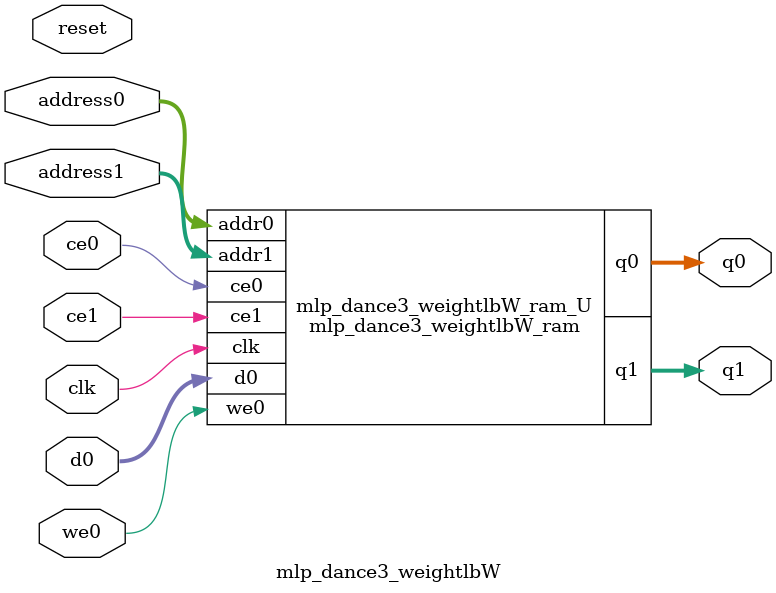
<source format=v>
`timescale 1 ns / 1 ps
module mlp_dance3_weightlbW_ram (addr0, ce0, d0, we0, q0, addr1, ce1, q1,  clk);

parameter DWIDTH = 32;
parameter AWIDTH = 7;
parameter MEM_SIZE = 96;

input[AWIDTH-1:0] addr0;
input ce0;
input[DWIDTH-1:0] d0;
input we0;
output reg[DWIDTH-1:0] q0;
input[AWIDTH-1:0] addr1;
input ce1;
output reg[DWIDTH-1:0] q1;
input clk;

(* ram_style = "block" *)reg [DWIDTH-1:0] ram[0:MEM_SIZE-1];




always @(posedge clk)  
begin 
    if (ce0) begin
        if (we0) 
            ram[addr0] <= d0; 
        q0 <= ram[addr0];
    end
end


always @(posedge clk)  
begin 
    if (ce1) begin
        q1 <= ram[addr1];
    end
end


endmodule

`timescale 1 ns / 1 ps
module mlp_dance3_weightlbW(
    reset,
    clk,
    address0,
    ce0,
    we0,
    d0,
    q0,
    address1,
    ce1,
    q1);

parameter DataWidth = 32'd32;
parameter AddressRange = 32'd96;
parameter AddressWidth = 32'd7;
input reset;
input clk;
input[AddressWidth - 1:0] address0;
input ce0;
input we0;
input[DataWidth - 1:0] d0;
output[DataWidth - 1:0] q0;
input[AddressWidth - 1:0] address1;
input ce1;
output[DataWidth - 1:0] q1;



mlp_dance3_weightlbW_ram mlp_dance3_weightlbW_ram_U(
    .clk( clk ),
    .addr0( address0 ),
    .ce0( ce0 ),
    .we0( we0 ),
    .d0( d0 ),
    .q0( q0 ),
    .addr1( address1 ),
    .ce1( ce1 ),
    .q1( q1 ));

endmodule


</source>
